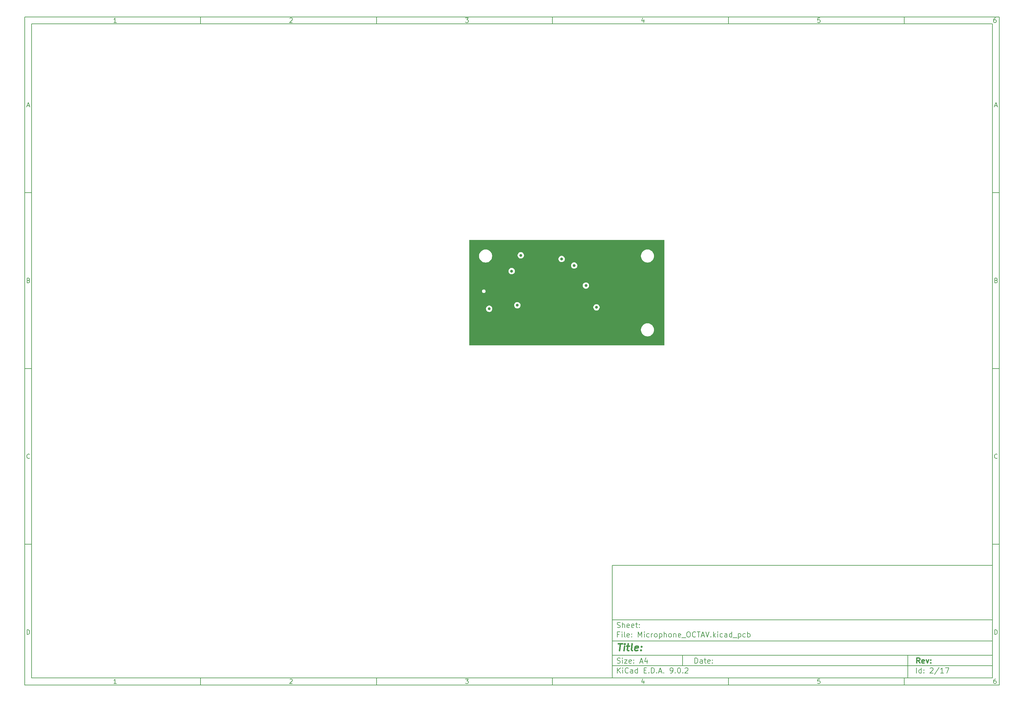
<source format=gbr>
%TF.GenerationSoftware,KiCad,Pcbnew,9.0.2*%
%TF.CreationDate,2025-08-29T05:40:04+02:00*%
%TF.ProjectId,Microphone_OCTAV,4d696372-6f70-4686-9f6e-655f4f435441,rev?*%
%TF.SameCoordinates,Original*%
%TF.FileFunction,Copper,L2,Inr*%
%TF.FilePolarity,Positive*%
%FSLAX46Y46*%
G04 Gerber Fmt 4.6, Leading zero omitted, Abs format (unit mm)*
G04 Created by KiCad (PCBNEW 9.0.2) date 2025-08-29 05:40:04*
%MOMM*%
%LPD*%
G01*
G04 APERTURE LIST*
%ADD10C,0.100000*%
%ADD11C,0.150000*%
%ADD12C,0.300000*%
%ADD13C,0.400000*%
%TA.AperFunction,ViaPad*%
%ADD14C,0.800000*%
%TD*%
G04 APERTURE END LIST*
D10*
D11*
X177002200Y-166007200D02*
X285002200Y-166007200D01*
X285002200Y-198007200D01*
X177002200Y-198007200D01*
X177002200Y-166007200D01*
D10*
D11*
X10000000Y-10000000D02*
X287002200Y-10000000D01*
X287002200Y-200007200D01*
X10000000Y-200007200D01*
X10000000Y-10000000D01*
D10*
D11*
X12000000Y-12000000D02*
X285002200Y-12000000D01*
X285002200Y-198007200D01*
X12000000Y-198007200D01*
X12000000Y-12000000D01*
D10*
D11*
X60000000Y-12000000D02*
X60000000Y-10000000D01*
D10*
D11*
X110000000Y-12000000D02*
X110000000Y-10000000D01*
D10*
D11*
X160000000Y-12000000D02*
X160000000Y-10000000D01*
D10*
D11*
X210000000Y-12000000D02*
X210000000Y-10000000D01*
D10*
D11*
X260000000Y-12000000D02*
X260000000Y-10000000D01*
D10*
D11*
X36089160Y-11593604D02*
X35346303Y-11593604D01*
X35717731Y-11593604D02*
X35717731Y-10293604D01*
X35717731Y-10293604D02*
X35593922Y-10479319D01*
X35593922Y-10479319D02*
X35470112Y-10603128D01*
X35470112Y-10603128D02*
X35346303Y-10665033D01*
D10*
D11*
X85346303Y-10417414D02*
X85408207Y-10355509D01*
X85408207Y-10355509D02*
X85532017Y-10293604D01*
X85532017Y-10293604D02*
X85841541Y-10293604D01*
X85841541Y-10293604D02*
X85965350Y-10355509D01*
X85965350Y-10355509D02*
X86027255Y-10417414D01*
X86027255Y-10417414D02*
X86089160Y-10541223D01*
X86089160Y-10541223D02*
X86089160Y-10665033D01*
X86089160Y-10665033D02*
X86027255Y-10850747D01*
X86027255Y-10850747D02*
X85284398Y-11593604D01*
X85284398Y-11593604D02*
X86089160Y-11593604D01*
D10*
D11*
X135284398Y-10293604D02*
X136089160Y-10293604D01*
X136089160Y-10293604D02*
X135655826Y-10788842D01*
X135655826Y-10788842D02*
X135841541Y-10788842D01*
X135841541Y-10788842D02*
X135965350Y-10850747D01*
X135965350Y-10850747D02*
X136027255Y-10912652D01*
X136027255Y-10912652D02*
X136089160Y-11036461D01*
X136089160Y-11036461D02*
X136089160Y-11345985D01*
X136089160Y-11345985D02*
X136027255Y-11469795D01*
X136027255Y-11469795D02*
X135965350Y-11531700D01*
X135965350Y-11531700D02*
X135841541Y-11593604D01*
X135841541Y-11593604D02*
X135470112Y-11593604D01*
X135470112Y-11593604D02*
X135346303Y-11531700D01*
X135346303Y-11531700D02*
X135284398Y-11469795D01*
D10*
D11*
X185965350Y-10726938D02*
X185965350Y-11593604D01*
X185655826Y-10231700D02*
X185346303Y-11160271D01*
X185346303Y-11160271D02*
X186151064Y-11160271D01*
D10*
D11*
X236027255Y-10293604D02*
X235408207Y-10293604D01*
X235408207Y-10293604D02*
X235346303Y-10912652D01*
X235346303Y-10912652D02*
X235408207Y-10850747D01*
X235408207Y-10850747D02*
X235532017Y-10788842D01*
X235532017Y-10788842D02*
X235841541Y-10788842D01*
X235841541Y-10788842D02*
X235965350Y-10850747D01*
X235965350Y-10850747D02*
X236027255Y-10912652D01*
X236027255Y-10912652D02*
X236089160Y-11036461D01*
X236089160Y-11036461D02*
X236089160Y-11345985D01*
X236089160Y-11345985D02*
X236027255Y-11469795D01*
X236027255Y-11469795D02*
X235965350Y-11531700D01*
X235965350Y-11531700D02*
X235841541Y-11593604D01*
X235841541Y-11593604D02*
X235532017Y-11593604D01*
X235532017Y-11593604D02*
X235408207Y-11531700D01*
X235408207Y-11531700D02*
X235346303Y-11469795D01*
D10*
D11*
X285965350Y-10293604D02*
X285717731Y-10293604D01*
X285717731Y-10293604D02*
X285593922Y-10355509D01*
X285593922Y-10355509D02*
X285532017Y-10417414D01*
X285532017Y-10417414D02*
X285408207Y-10603128D01*
X285408207Y-10603128D02*
X285346303Y-10850747D01*
X285346303Y-10850747D02*
X285346303Y-11345985D01*
X285346303Y-11345985D02*
X285408207Y-11469795D01*
X285408207Y-11469795D02*
X285470112Y-11531700D01*
X285470112Y-11531700D02*
X285593922Y-11593604D01*
X285593922Y-11593604D02*
X285841541Y-11593604D01*
X285841541Y-11593604D02*
X285965350Y-11531700D01*
X285965350Y-11531700D02*
X286027255Y-11469795D01*
X286027255Y-11469795D02*
X286089160Y-11345985D01*
X286089160Y-11345985D02*
X286089160Y-11036461D01*
X286089160Y-11036461D02*
X286027255Y-10912652D01*
X286027255Y-10912652D02*
X285965350Y-10850747D01*
X285965350Y-10850747D02*
X285841541Y-10788842D01*
X285841541Y-10788842D02*
X285593922Y-10788842D01*
X285593922Y-10788842D02*
X285470112Y-10850747D01*
X285470112Y-10850747D02*
X285408207Y-10912652D01*
X285408207Y-10912652D02*
X285346303Y-11036461D01*
D10*
D11*
X60000000Y-198007200D02*
X60000000Y-200007200D01*
D10*
D11*
X110000000Y-198007200D02*
X110000000Y-200007200D01*
D10*
D11*
X160000000Y-198007200D02*
X160000000Y-200007200D01*
D10*
D11*
X210000000Y-198007200D02*
X210000000Y-200007200D01*
D10*
D11*
X260000000Y-198007200D02*
X260000000Y-200007200D01*
D10*
D11*
X36089160Y-199600804D02*
X35346303Y-199600804D01*
X35717731Y-199600804D02*
X35717731Y-198300804D01*
X35717731Y-198300804D02*
X35593922Y-198486519D01*
X35593922Y-198486519D02*
X35470112Y-198610328D01*
X35470112Y-198610328D02*
X35346303Y-198672233D01*
D10*
D11*
X85346303Y-198424614D02*
X85408207Y-198362709D01*
X85408207Y-198362709D02*
X85532017Y-198300804D01*
X85532017Y-198300804D02*
X85841541Y-198300804D01*
X85841541Y-198300804D02*
X85965350Y-198362709D01*
X85965350Y-198362709D02*
X86027255Y-198424614D01*
X86027255Y-198424614D02*
X86089160Y-198548423D01*
X86089160Y-198548423D02*
X86089160Y-198672233D01*
X86089160Y-198672233D02*
X86027255Y-198857947D01*
X86027255Y-198857947D02*
X85284398Y-199600804D01*
X85284398Y-199600804D02*
X86089160Y-199600804D01*
D10*
D11*
X135284398Y-198300804D02*
X136089160Y-198300804D01*
X136089160Y-198300804D02*
X135655826Y-198796042D01*
X135655826Y-198796042D02*
X135841541Y-198796042D01*
X135841541Y-198796042D02*
X135965350Y-198857947D01*
X135965350Y-198857947D02*
X136027255Y-198919852D01*
X136027255Y-198919852D02*
X136089160Y-199043661D01*
X136089160Y-199043661D02*
X136089160Y-199353185D01*
X136089160Y-199353185D02*
X136027255Y-199476995D01*
X136027255Y-199476995D02*
X135965350Y-199538900D01*
X135965350Y-199538900D02*
X135841541Y-199600804D01*
X135841541Y-199600804D02*
X135470112Y-199600804D01*
X135470112Y-199600804D02*
X135346303Y-199538900D01*
X135346303Y-199538900D02*
X135284398Y-199476995D01*
D10*
D11*
X185965350Y-198734138D02*
X185965350Y-199600804D01*
X185655826Y-198238900D02*
X185346303Y-199167471D01*
X185346303Y-199167471D02*
X186151064Y-199167471D01*
D10*
D11*
X236027255Y-198300804D02*
X235408207Y-198300804D01*
X235408207Y-198300804D02*
X235346303Y-198919852D01*
X235346303Y-198919852D02*
X235408207Y-198857947D01*
X235408207Y-198857947D02*
X235532017Y-198796042D01*
X235532017Y-198796042D02*
X235841541Y-198796042D01*
X235841541Y-198796042D02*
X235965350Y-198857947D01*
X235965350Y-198857947D02*
X236027255Y-198919852D01*
X236027255Y-198919852D02*
X236089160Y-199043661D01*
X236089160Y-199043661D02*
X236089160Y-199353185D01*
X236089160Y-199353185D02*
X236027255Y-199476995D01*
X236027255Y-199476995D02*
X235965350Y-199538900D01*
X235965350Y-199538900D02*
X235841541Y-199600804D01*
X235841541Y-199600804D02*
X235532017Y-199600804D01*
X235532017Y-199600804D02*
X235408207Y-199538900D01*
X235408207Y-199538900D02*
X235346303Y-199476995D01*
D10*
D11*
X285965350Y-198300804D02*
X285717731Y-198300804D01*
X285717731Y-198300804D02*
X285593922Y-198362709D01*
X285593922Y-198362709D02*
X285532017Y-198424614D01*
X285532017Y-198424614D02*
X285408207Y-198610328D01*
X285408207Y-198610328D02*
X285346303Y-198857947D01*
X285346303Y-198857947D02*
X285346303Y-199353185D01*
X285346303Y-199353185D02*
X285408207Y-199476995D01*
X285408207Y-199476995D02*
X285470112Y-199538900D01*
X285470112Y-199538900D02*
X285593922Y-199600804D01*
X285593922Y-199600804D02*
X285841541Y-199600804D01*
X285841541Y-199600804D02*
X285965350Y-199538900D01*
X285965350Y-199538900D02*
X286027255Y-199476995D01*
X286027255Y-199476995D02*
X286089160Y-199353185D01*
X286089160Y-199353185D02*
X286089160Y-199043661D01*
X286089160Y-199043661D02*
X286027255Y-198919852D01*
X286027255Y-198919852D02*
X285965350Y-198857947D01*
X285965350Y-198857947D02*
X285841541Y-198796042D01*
X285841541Y-198796042D02*
X285593922Y-198796042D01*
X285593922Y-198796042D02*
X285470112Y-198857947D01*
X285470112Y-198857947D02*
X285408207Y-198919852D01*
X285408207Y-198919852D02*
X285346303Y-199043661D01*
D10*
D11*
X10000000Y-60000000D02*
X12000000Y-60000000D01*
D10*
D11*
X10000000Y-110000000D02*
X12000000Y-110000000D01*
D10*
D11*
X10000000Y-160000000D02*
X12000000Y-160000000D01*
D10*
D11*
X10690476Y-35222176D02*
X11309523Y-35222176D01*
X10566666Y-35593604D02*
X10999999Y-34293604D01*
X10999999Y-34293604D02*
X11433333Y-35593604D01*
D10*
D11*
X11092857Y-84912652D02*
X11278571Y-84974557D01*
X11278571Y-84974557D02*
X11340476Y-85036461D01*
X11340476Y-85036461D02*
X11402380Y-85160271D01*
X11402380Y-85160271D02*
X11402380Y-85345985D01*
X11402380Y-85345985D02*
X11340476Y-85469795D01*
X11340476Y-85469795D02*
X11278571Y-85531700D01*
X11278571Y-85531700D02*
X11154761Y-85593604D01*
X11154761Y-85593604D02*
X10659523Y-85593604D01*
X10659523Y-85593604D02*
X10659523Y-84293604D01*
X10659523Y-84293604D02*
X11092857Y-84293604D01*
X11092857Y-84293604D02*
X11216666Y-84355509D01*
X11216666Y-84355509D02*
X11278571Y-84417414D01*
X11278571Y-84417414D02*
X11340476Y-84541223D01*
X11340476Y-84541223D02*
X11340476Y-84665033D01*
X11340476Y-84665033D02*
X11278571Y-84788842D01*
X11278571Y-84788842D02*
X11216666Y-84850747D01*
X11216666Y-84850747D02*
X11092857Y-84912652D01*
X11092857Y-84912652D02*
X10659523Y-84912652D01*
D10*
D11*
X11402380Y-135469795D02*
X11340476Y-135531700D01*
X11340476Y-135531700D02*
X11154761Y-135593604D01*
X11154761Y-135593604D02*
X11030952Y-135593604D01*
X11030952Y-135593604D02*
X10845238Y-135531700D01*
X10845238Y-135531700D02*
X10721428Y-135407890D01*
X10721428Y-135407890D02*
X10659523Y-135284080D01*
X10659523Y-135284080D02*
X10597619Y-135036461D01*
X10597619Y-135036461D02*
X10597619Y-134850747D01*
X10597619Y-134850747D02*
X10659523Y-134603128D01*
X10659523Y-134603128D02*
X10721428Y-134479319D01*
X10721428Y-134479319D02*
X10845238Y-134355509D01*
X10845238Y-134355509D02*
X11030952Y-134293604D01*
X11030952Y-134293604D02*
X11154761Y-134293604D01*
X11154761Y-134293604D02*
X11340476Y-134355509D01*
X11340476Y-134355509D02*
X11402380Y-134417414D01*
D10*
D11*
X10659523Y-185593604D02*
X10659523Y-184293604D01*
X10659523Y-184293604D02*
X10969047Y-184293604D01*
X10969047Y-184293604D02*
X11154761Y-184355509D01*
X11154761Y-184355509D02*
X11278571Y-184479319D01*
X11278571Y-184479319D02*
X11340476Y-184603128D01*
X11340476Y-184603128D02*
X11402380Y-184850747D01*
X11402380Y-184850747D02*
X11402380Y-185036461D01*
X11402380Y-185036461D02*
X11340476Y-185284080D01*
X11340476Y-185284080D02*
X11278571Y-185407890D01*
X11278571Y-185407890D02*
X11154761Y-185531700D01*
X11154761Y-185531700D02*
X10969047Y-185593604D01*
X10969047Y-185593604D02*
X10659523Y-185593604D01*
D10*
D11*
X287002200Y-60000000D02*
X285002200Y-60000000D01*
D10*
D11*
X287002200Y-110000000D02*
X285002200Y-110000000D01*
D10*
D11*
X287002200Y-160000000D02*
X285002200Y-160000000D01*
D10*
D11*
X285692676Y-35222176D02*
X286311723Y-35222176D01*
X285568866Y-35593604D02*
X286002199Y-34293604D01*
X286002199Y-34293604D02*
X286435533Y-35593604D01*
D10*
D11*
X286095057Y-84912652D02*
X286280771Y-84974557D01*
X286280771Y-84974557D02*
X286342676Y-85036461D01*
X286342676Y-85036461D02*
X286404580Y-85160271D01*
X286404580Y-85160271D02*
X286404580Y-85345985D01*
X286404580Y-85345985D02*
X286342676Y-85469795D01*
X286342676Y-85469795D02*
X286280771Y-85531700D01*
X286280771Y-85531700D02*
X286156961Y-85593604D01*
X286156961Y-85593604D02*
X285661723Y-85593604D01*
X285661723Y-85593604D02*
X285661723Y-84293604D01*
X285661723Y-84293604D02*
X286095057Y-84293604D01*
X286095057Y-84293604D02*
X286218866Y-84355509D01*
X286218866Y-84355509D02*
X286280771Y-84417414D01*
X286280771Y-84417414D02*
X286342676Y-84541223D01*
X286342676Y-84541223D02*
X286342676Y-84665033D01*
X286342676Y-84665033D02*
X286280771Y-84788842D01*
X286280771Y-84788842D02*
X286218866Y-84850747D01*
X286218866Y-84850747D02*
X286095057Y-84912652D01*
X286095057Y-84912652D02*
X285661723Y-84912652D01*
D10*
D11*
X286404580Y-135469795D02*
X286342676Y-135531700D01*
X286342676Y-135531700D02*
X286156961Y-135593604D01*
X286156961Y-135593604D02*
X286033152Y-135593604D01*
X286033152Y-135593604D02*
X285847438Y-135531700D01*
X285847438Y-135531700D02*
X285723628Y-135407890D01*
X285723628Y-135407890D02*
X285661723Y-135284080D01*
X285661723Y-135284080D02*
X285599819Y-135036461D01*
X285599819Y-135036461D02*
X285599819Y-134850747D01*
X285599819Y-134850747D02*
X285661723Y-134603128D01*
X285661723Y-134603128D02*
X285723628Y-134479319D01*
X285723628Y-134479319D02*
X285847438Y-134355509D01*
X285847438Y-134355509D02*
X286033152Y-134293604D01*
X286033152Y-134293604D02*
X286156961Y-134293604D01*
X286156961Y-134293604D02*
X286342676Y-134355509D01*
X286342676Y-134355509D02*
X286404580Y-134417414D01*
D10*
D11*
X285661723Y-185593604D02*
X285661723Y-184293604D01*
X285661723Y-184293604D02*
X285971247Y-184293604D01*
X285971247Y-184293604D02*
X286156961Y-184355509D01*
X286156961Y-184355509D02*
X286280771Y-184479319D01*
X286280771Y-184479319D02*
X286342676Y-184603128D01*
X286342676Y-184603128D02*
X286404580Y-184850747D01*
X286404580Y-184850747D02*
X286404580Y-185036461D01*
X286404580Y-185036461D02*
X286342676Y-185284080D01*
X286342676Y-185284080D02*
X286280771Y-185407890D01*
X286280771Y-185407890D02*
X286156961Y-185531700D01*
X286156961Y-185531700D02*
X285971247Y-185593604D01*
X285971247Y-185593604D02*
X285661723Y-185593604D01*
D10*
D11*
X200458026Y-193793328D02*
X200458026Y-192293328D01*
X200458026Y-192293328D02*
X200815169Y-192293328D01*
X200815169Y-192293328D02*
X201029455Y-192364757D01*
X201029455Y-192364757D02*
X201172312Y-192507614D01*
X201172312Y-192507614D02*
X201243741Y-192650471D01*
X201243741Y-192650471D02*
X201315169Y-192936185D01*
X201315169Y-192936185D02*
X201315169Y-193150471D01*
X201315169Y-193150471D02*
X201243741Y-193436185D01*
X201243741Y-193436185D02*
X201172312Y-193579042D01*
X201172312Y-193579042D02*
X201029455Y-193721900D01*
X201029455Y-193721900D02*
X200815169Y-193793328D01*
X200815169Y-193793328D02*
X200458026Y-193793328D01*
X202600884Y-193793328D02*
X202600884Y-193007614D01*
X202600884Y-193007614D02*
X202529455Y-192864757D01*
X202529455Y-192864757D02*
X202386598Y-192793328D01*
X202386598Y-192793328D02*
X202100884Y-192793328D01*
X202100884Y-192793328D02*
X201958026Y-192864757D01*
X202600884Y-193721900D02*
X202458026Y-193793328D01*
X202458026Y-193793328D02*
X202100884Y-193793328D01*
X202100884Y-193793328D02*
X201958026Y-193721900D01*
X201958026Y-193721900D02*
X201886598Y-193579042D01*
X201886598Y-193579042D02*
X201886598Y-193436185D01*
X201886598Y-193436185D02*
X201958026Y-193293328D01*
X201958026Y-193293328D02*
X202100884Y-193221900D01*
X202100884Y-193221900D02*
X202458026Y-193221900D01*
X202458026Y-193221900D02*
X202600884Y-193150471D01*
X203100884Y-192793328D02*
X203672312Y-192793328D01*
X203315169Y-192293328D02*
X203315169Y-193579042D01*
X203315169Y-193579042D02*
X203386598Y-193721900D01*
X203386598Y-193721900D02*
X203529455Y-193793328D01*
X203529455Y-193793328D02*
X203672312Y-193793328D01*
X204743741Y-193721900D02*
X204600884Y-193793328D01*
X204600884Y-193793328D02*
X204315170Y-193793328D01*
X204315170Y-193793328D02*
X204172312Y-193721900D01*
X204172312Y-193721900D02*
X204100884Y-193579042D01*
X204100884Y-193579042D02*
X204100884Y-193007614D01*
X204100884Y-193007614D02*
X204172312Y-192864757D01*
X204172312Y-192864757D02*
X204315170Y-192793328D01*
X204315170Y-192793328D02*
X204600884Y-192793328D01*
X204600884Y-192793328D02*
X204743741Y-192864757D01*
X204743741Y-192864757D02*
X204815170Y-193007614D01*
X204815170Y-193007614D02*
X204815170Y-193150471D01*
X204815170Y-193150471D02*
X204100884Y-193293328D01*
X205458026Y-193650471D02*
X205529455Y-193721900D01*
X205529455Y-193721900D02*
X205458026Y-193793328D01*
X205458026Y-193793328D02*
X205386598Y-193721900D01*
X205386598Y-193721900D02*
X205458026Y-193650471D01*
X205458026Y-193650471D02*
X205458026Y-193793328D01*
X205458026Y-192864757D02*
X205529455Y-192936185D01*
X205529455Y-192936185D02*
X205458026Y-193007614D01*
X205458026Y-193007614D02*
X205386598Y-192936185D01*
X205386598Y-192936185D02*
X205458026Y-192864757D01*
X205458026Y-192864757D02*
X205458026Y-193007614D01*
D10*
D11*
X177002200Y-194507200D02*
X285002200Y-194507200D01*
D10*
D11*
X178458026Y-196593328D02*
X178458026Y-195093328D01*
X179315169Y-196593328D02*
X178672312Y-195736185D01*
X179315169Y-195093328D02*
X178458026Y-195950471D01*
X179958026Y-196593328D02*
X179958026Y-195593328D01*
X179958026Y-195093328D02*
X179886598Y-195164757D01*
X179886598Y-195164757D02*
X179958026Y-195236185D01*
X179958026Y-195236185D02*
X180029455Y-195164757D01*
X180029455Y-195164757D02*
X179958026Y-195093328D01*
X179958026Y-195093328D02*
X179958026Y-195236185D01*
X181529455Y-196450471D02*
X181458027Y-196521900D01*
X181458027Y-196521900D02*
X181243741Y-196593328D01*
X181243741Y-196593328D02*
X181100884Y-196593328D01*
X181100884Y-196593328D02*
X180886598Y-196521900D01*
X180886598Y-196521900D02*
X180743741Y-196379042D01*
X180743741Y-196379042D02*
X180672312Y-196236185D01*
X180672312Y-196236185D02*
X180600884Y-195950471D01*
X180600884Y-195950471D02*
X180600884Y-195736185D01*
X180600884Y-195736185D02*
X180672312Y-195450471D01*
X180672312Y-195450471D02*
X180743741Y-195307614D01*
X180743741Y-195307614D02*
X180886598Y-195164757D01*
X180886598Y-195164757D02*
X181100884Y-195093328D01*
X181100884Y-195093328D02*
X181243741Y-195093328D01*
X181243741Y-195093328D02*
X181458027Y-195164757D01*
X181458027Y-195164757D02*
X181529455Y-195236185D01*
X182815170Y-196593328D02*
X182815170Y-195807614D01*
X182815170Y-195807614D02*
X182743741Y-195664757D01*
X182743741Y-195664757D02*
X182600884Y-195593328D01*
X182600884Y-195593328D02*
X182315170Y-195593328D01*
X182315170Y-195593328D02*
X182172312Y-195664757D01*
X182815170Y-196521900D02*
X182672312Y-196593328D01*
X182672312Y-196593328D02*
X182315170Y-196593328D01*
X182315170Y-196593328D02*
X182172312Y-196521900D01*
X182172312Y-196521900D02*
X182100884Y-196379042D01*
X182100884Y-196379042D02*
X182100884Y-196236185D01*
X182100884Y-196236185D02*
X182172312Y-196093328D01*
X182172312Y-196093328D02*
X182315170Y-196021900D01*
X182315170Y-196021900D02*
X182672312Y-196021900D01*
X182672312Y-196021900D02*
X182815170Y-195950471D01*
X184172313Y-196593328D02*
X184172313Y-195093328D01*
X184172313Y-196521900D02*
X184029455Y-196593328D01*
X184029455Y-196593328D02*
X183743741Y-196593328D01*
X183743741Y-196593328D02*
X183600884Y-196521900D01*
X183600884Y-196521900D02*
X183529455Y-196450471D01*
X183529455Y-196450471D02*
X183458027Y-196307614D01*
X183458027Y-196307614D02*
X183458027Y-195879042D01*
X183458027Y-195879042D02*
X183529455Y-195736185D01*
X183529455Y-195736185D02*
X183600884Y-195664757D01*
X183600884Y-195664757D02*
X183743741Y-195593328D01*
X183743741Y-195593328D02*
X184029455Y-195593328D01*
X184029455Y-195593328D02*
X184172313Y-195664757D01*
X186029455Y-195807614D02*
X186529455Y-195807614D01*
X186743741Y-196593328D02*
X186029455Y-196593328D01*
X186029455Y-196593328D02*
X186029455Y-195093328D01*
X186029455Y-195093328D02*
X186743741Y-195093328D01*
X187386598Y-196450471D02*
X187458027Y-196521900D01*
X187458027Y-196521900D02*
X187386598Y-196593328D01*
X187386598Y-196593328D02*
X187315170Y-196521900D01*
X187315170Y-196521900D02*
X187386598Y-196450471D01*
X187386598Y-196450471D02*
X187386598Y-196593328D01*
X188100884Y-196593328D02*
X188100884Y-195093328D01*
X188100884Y-195093328D02*
X188458027Y-195093328D01*
X188458027Y-195093328D02*
X188672313Y-195164757D01*
X188672313Y-195164757D02*
X188815170Y-195307614D01*
X188815170Y-195307614D02*
X188886599Y-195450471D01*
X188886599Y-195450471D02*
X188958027Y-195736185D01*
X188958027Y-195736185D02*
X188958027Y-195950471D01*
X188958027Y-195950471D02*
X188886599Y-196236185D01*
X188886599Y-196236185D02*
X188815170Y-196379042D01*
X188815170Y-196379042D02*
X188672313Y-196521900D01*
X188672313Y-196521900D02*
X188458027Y-196593328D01*
X188458027Y-196593328D02*
X188100884Y-196593328D01*
X189600884Y-196450471D02*
X189672313Y-196521900D01*
X189672313Y-196521900D02*
X189600884Y-196593328D01*
X189600884Y-196593328D02*
X189529456Y-196521900D01*
X189529456Y-196521900D02*
X189600884Y-196450471D01*
X189600884Y-196450471D02*
X189600884Y-196593328D01*
X190243742Y-196164757D02*
X190958028Y-196164757D01*
X190100885Y-196593328D02*
X190600885Y-195093328D01*
X190600885Y-195093328D02*
X191100885Y-196593328D01*
X191600884Y-196450471D02*
X191672313Y-196521900D01*
X191672313Y-196521900D02*
X191600884Y-196593328D01*
X191600884Y-196593328D02*
X191529456Y-196521900D01*
X191529456Y-196521900D02*
X191600884Y-196450471D01*
X191600884Y-196450471D02*
X191600884Y-196593328D01*
X193529456Y-196593328D02*
X193815170Y-196593328D01*
X193815170Y-196593328D02*
X193958027Y-196521900D01*
X193958027Y-196521900D02*
X194029456Y-196450471D01*
X194029456Y-196450471D02*
X194172313Y-196236185D01*
X194172313Y-196236185D02*
X194243742Y-195950471D01*
X194243742Y-195950471D02*
X194243742Y-195379042D01*
X194243742Y-195379042D02*
X194172313Y-195236185D01*
X194172313Y-195236185D02*
X194100885Y-195164757D01*
X194100885Y-195164757D02*
X193958027Y-195093328D01*
X193958027Y-195093328D02*
X193672313Y-195093328D01*
X193672313Y-195093328D02*
X193529456Y-195164757D01*
X193529456Y-195164757D02*
X193458027Y-195236185D01*
X193458027Y-195236185D02*
X193386599Y-195379042D01*
X193386599Y-195379042D02*
X193386599Y-195736185D01*
X193386599Y-195736185D02*
X193458027Y-195879042D01*
X193458027Y-195879042D02*
X193529456Y-195950471D01*
X193529456Y-195950471D02*
X193672313Y-196021900D01*
X193672313Y-196021900D02*
X193958027Y-196021900D01*
X193958027Y-196021900D02*
X194100885Y-195950471D01*
X194100885Y-195950471D02*
X194172313Y-195879042D01*
X194172313Y-195879042D02*
X194243742Y-195736185D01*
X194886598Y-196450471D02*
X194958027Y-196521900D01*
X194958027Y-196521900D02*
X194886598Y-196593328D01*
X194886598Y-196593328D02*
X194815170Y-196521900D01*
X194815170Y-196521900D02*
X194886598Y-196450471D01*
X194886598Y-196450471D02*
X194886598Y-196593328D01*
X195886599Y-195093328D02*
X196029456Y-195093328D01*
X196029456Y-195093328D02*
X196172313Y-195164757D01*
X196172313Y-195164757D02*
X196243742Y-195236185D01*
X196243742Y-195236185D02*
X196315170Y-195379042D01*
X196315170Y-195379042D02*
X196386599Y-195664757D01*
X196386599Y-195664757D02*
X196386599Y-196021900D01*
X196386599Y-196021900D02*
X196315170Y-196307614D01*
X196315170Y-196307614D02*
X196243742Y-196450471D01*
X196243742Y-196450471D02*
X196172313Y-196521900D01*
X196172313Y-196521900D02*
X196029456Y-196593328D01*
X196029456Y-196593328D02*
X195886599Y-196593328D01*
X195886599Y-196593328D02*
X195743742Y-196521900D01*
X195743742Y-196521900D02*
X195672313Y-196450471D01*
X195672313Y-196450471D02*
X195600884Y-196307614D01*
X195600884Y-196307614D02*
X195529456Y-196021900D01*
X195529456Y-196021900D02*
X195529456Y-195664757D01*
X195529456Y-195664757D02*
X195600884Y-195379042D01*
X195600884Y-195379042D02*
X195672313Y-195236185D01*
X195672313Y-195236185D02*
X195743742Y-195164757D01*
X195743742Y-195164757D02*
X195886599Y-195093328D01*
X197029455Y-196450471D02*
X197100884Y-196521900D01*
X197100884Y-196521900D02*
X197029455Y-196593328D01*
X197029455Y-196593328D02*
X196958027Y-196521900D01*
X196958027Y-196521900D02*
X197029455Y-196450471D01*
X197029455Y-196450471D02*
X197029455Y-196593328D01*
X197672313Y-195236185D02*
X197743741Y-195164757D01*
X197743741Y-195164757D02*
X197886599Y-195093328D01*
X197886599Y-195093328D02*
X198243741Y-195093328D01*
X198243741Y-195093328D02*
X198386599Y-195164757D01*
X198386599Y-195164757D02*
X198458027Y-195236185D01*
X198458027Y-195236185D02*
X198529456Y-195379042D01*
X198529456Y-195379042D02*
X198529456Y-195521900D01*
X198529456Y-195521900D02*
X198458027Y-195736185D01*
X198458027Y-195736185D02*
X197600884Y-196593328D01*
X197600884Y-196593328D02*
X198529456Y-196593328D01*
D10*
D11*
X177002200Y-191507200D02*
X285002200Y-191507200D01*
D10*
D12*
X264413853Y-193785528D02*
X263913853Y-193071242D01*
X263556710Y-193785528D02*
X263556710Y-192285528D01*
X263556710Y-192285528D02*
X264128139Y-192285528D01*
X264128139Y-192285528D02*
X264270996Y-192356957D01*
X264270996Y-192356957D02*
X264342425Y-192428385D01*
X264342425Y-192428385D02*
X264413853Y-192571242D01*
X264413853Y-192571242D02*
X264413853Y-192785528D01*
X264413853Y-192785528D02*
X264342425Y-192928385D01*
X264342425Y-192928385D02*
X264270996Y-192999814D01*
X264270996Y-192999814D02*
X264128139Y-193071242D01*
X264128139Y-193071242D02*
X263556710Y-193071242D01*
X265628139Y-193714100D02*
X265485282Y-193785528D01*
X265485282Y-193785528D02*
X265199568Y-193785528D01*
X265199568Y-193785528D02*
X265056710Y-193714100D01*
X265056710Y-193714100D02*
X264985282Y-193571242D01*
X264985282Y-193571242D02*
X264985282Y-192999814D01*
X264985282Y-192999814D02*
X265056710Y-192856957D01*
X265056710Y-192856957D02*
X265199568Y-192785528D01*
X265199568Y-192785528D02*
X265485282Y-192785528D01*
X265485282Y-192785528D02*
X265628139Y-192856957D01*
X265628139Y-192856957D02*
X265699568Y-192999814D01*
X265699568Y-192999814D02*
X265699568Y-193142671D01*
X265699568Y-193142671D02*
X264985282Y-193285528D01*
X266199567Y-192785528D02*
X266556710Y-193785528D01*
X266556710Y-193785528D02*
X266913853Y-192785528D01*
X267485281Y-193642671D02*
X267556710Y-193714100D01*
X267556710Y-193714100D02*
X267485281Y-193785528D01*
X267485281Y-193785528D02*
X267413853Y-193714100D01*
X267413853Y-193714100D02*
X267485281Y-193642671D01*
X267485281Y-193642671D02*
X267485281Y-193785528D01*
X267485281Y-192856957D02*
X267556710Y-192928385D01*
X267556710Y-192928385D02*
X267485281Y-192999814D01*
X267485281Y-192999814D02*
X267413853Y-192928385D01*
X267413853Y-192928385D02*
X267485281Y-192856957D01*
X267485281Y-192856957D02*
X267485281Y-192999814D01*
D10*
D11*
X178386598Y-193721900D02*
X178600884Y-193793328D01*
X178600884Y-193793328D02*
X178958026Y-193793328D01*
X178958026Y-193793328D02*
X179100884Y-193721900D01*
X179100884Y-193721900D02*
X179172312Y-193650471D01*
X179172312Y-193650471D02*
X179243741Y-193507614D01*
X179243741Y-193507614D02*
X179243741Y-193364757D01*
X179243741Y-193364757D02*
X179172312Y-193221900D01*
X179172312Y-193221900D02*
X179100884Y-193150471D01*
X179100884Y-193150471D02*
X178958026Y-193079042D01*
X178958026Y-193079042D02*
X178672312Y-193007614D01*
X178672312Y-193007614D02*
X178529455Y-192936185D01*
X178529455Y-192936185D02*
X178458026Y-192864757D01*
X178458026Y-192864757D02*
X178386598Y-192721900D01*
X178386598Y-192721900D02*
X178386598Y-192579042D01*
X178386598Y-192579042D02*
X178458026Y-192436185D01*
X178458026Y-192436185D02*
X178529455Y-192364757D01*
X178529455Y-192364757D02*
X178672312Y-192293328D01*
X178672312Y-192293328D02*
X179029455Y-192293328D01*
X179029455Y-192293328D02*
X179243741Y-192364757D01*
X179886597Y-193793328D02*
X179886597Y-192793328D01*
X179886597Y-192293328D02*
X179815169Y-192364757D01*
X179815169Y-192364757D02*
X179886597Y-192436185D01*
X179886597Y-192436185D02*
X179958026Y-192364757D01*
X179958026Y-192364757D02*
X179886597Y-192293328D01*
X179886597Y-192293328D02*
X179886597Y-192436185D01*
X180458026Y-192793328D02*
X181243741Y-192793328D01*
X181243741Y-192793328D02*
X180458026Y-193793328D01*
X180458026Y-193793328D02*
X181243741Y-193793328D01*
X182386598Y-193721900D02*
X182243741Y-193793328D01*
X182243741Y-193793328D02*
X181958027Y-193793328D01*
X181958027Y-193793328D02*
X181815169Y-193721900D01*
X181815169Y-193721900D02*
X181743741Y-193579042D01*
X181743741Y-193579042D02*
X181743741Y-193007614D01*
X181743741Y-193007614D02*
X181815169Y-192864757D01*
X181815169Y-192864757D02*
X181958027Y-192793328D01*
X181958027Y-192793328D02*
X182243741Y-192793328D01*
X182243741Y-192793328D02*
X182386598Y-192864757D01*
X182386598Y-192864757D02*
X182458027Y-193007614D01*
X182458027Y-193007614D02*
X182458027Y-193150471D01*
X182458027Y-193150471D02*
X181743741Y-193293328D01*
X183100883Y-193650471D02*
X183172312Y-193721900D01*
X183172312Y-193721900D02*
X183100883Y-193793328D01*
X183100883Y-193793328D02*
X183029455Y-193721900D01*
X183029455Y-193721900D02*
X183100883Y-193650471D01*
X183100883Y-193650471D02*
X183100883Y-193793328D01*
X183100883Y-192864757D02*
X183172312Y-192936185D01*
X183172312Y-192936185D02*
X183100883Y-193007614D01*
X183100883Y-193007614D02*
X183029455Y-192936185D01*
X183029455Y-192936185D02*
X183100883Y-192864757D01*
X183100883Y-192864757D02*
X183100883Y-193007614D01*
X184886598Y-193364757D02*
X185600884Y-193364757D01*
X184743741Y-193793328D02*
X185243741Y-192293328D01*
X185243741Y-192293328D02*
X185743741Y-193793328D01*
X186886598Y-192793328D02*
X186886598Y-193793328D01*
X186529455Y-192221900D02*
X186172312Y-193293328D01*
X186172312Y-193293328D02*
X187100883Y-193293328D01*
D10*
D11*
X263458026Y-196593328D02*
X263458026Y-195093328D01*
X264815170Y-196593328D02*
X264815170Y-195093328D01*
X264815170Y-196521900D02*
X264672312Y-196593328D01*
X264672312Y-196593328D02*
X264386598Y-196593328D01*
X264386598Y-196593328D02*
X264243741Y-196521900D01*
X264243741Y-196521900D02*
X264172312Y-196450471D01*
X264172312Y-196450471D02*
X264100884Y-196307614D01*
X264100884Y-196307614D02*
X264100884Y-195879042D01*
X264100884Y-195879042D02*
X264172312Y-195736185D01*
X264172312Y-195736185D02*
X264243741Y-195664757D01*
X264243741Y-195664757D02*
X264386598Y-195593328D01*
X264386598Y-195593328D02*
X264672312Y-195593328D01*
X264672312Y-195593328D02*
X264815170Y-195664757D01*
X265529455Y-196450471D02*
X265600884Y-196521900D01*
X265600884Y-196521900D02*
X265529455Y-196593328D01*
X265529455Y-196593328D02*
X265458027Y-196521900D01*
X265458027Y-196521900D02*
X265529455Y-196450471D01*
X265529455Y-196450471D02*
X265529455Y-196593328D01*
X265529455Y-195664757D02*
X265600884Y-195736185D01*
X265600884Y-195736185D02*
X265529455Y-195807614D01*
X265529455Y-195807614D02*
X265458027Y-195736185D01*
X265458027Y-195736185D02*
X265529455Y-195664757D01*
X265529455Y-195664757D02*
X265529455Y-195807614D01*
X267315170Y-195236185D02*
X267386598Y-195164757D01*
X267386598Y-195164757D02*
X267529456Y-195093328D01*
X267529456Y-195093328D02*
X267886598Y-195093328D01*
X267886598Y-195093328D02*
X268029456Y-195164757D01*
X268029456Y-195164757D02*
X268100884Y-195236185D01*
X268100884Y-195236185D02*
X268172313Y-195379042D01*
X268172313Y-195379042D02*
X268172313Y-195521900D01*
X268172313Y-195521900D02*
X268100884Y-195736185D01*
X268100884Y-195736185D02*
X267243741Y-196593328D01*
X267243741Y-196593328D02*
X268172313Y-196593328D01*
X269886598Y-195021900D02*
X268600884Y-196950471D01*
X271172313Y-196593328D02*
X270315170Y-196593328D01*
X270743741Y-196593328D02*
X270743741Y-195093328D01*
X270743741Y-195093328D02*
X270600884Y-195307614D01*
X270600884Y-195307614D02*
X270458027Y-195450471D01*
X270458027Y-195450471D02*
X270315170Y-195521900D01*
X271672312Y-195093328D02*
X272672312Y-195093328D01*
X272672312Y-195093328D02*
X272029455Y-196593328D01*
D10*
D11*
X177002200Y-187507200D02*
X285002200Y-187507200D01*
D10*
D13*
X178693928Y-188211638D02*
X179836785Y-188211638D01*
X179015357Y-190211638D02*
X179265357Y-188211638D01*
X180253452Y-190211638D02*
X180420119Y-188878304D01*
X180503452Y-188211638D02*
X180396309Y-188306876D01*
X180396309Y-188306876D02*
X180479643Y-188402114D01*
X180479643Y-188402114D02*
X180586786Y-188306876D01*
X180586786Y-188306876D02*
X180503452Y-188211638D01*
X180503452Y-188211638D02*
X180479643Y-188402114D01*
X181086786Y-188878304D02*
X181848690Y-188878304D01*
X181455833Y-188211638D02*
X181241548Y-189925923D01*
X181241548Y-189925923D02*
X181312976Y-190116400D01*
X181312976Y-190116400D02*
X181491548Y-190211638D01*
X181491548Y-190211638D02*
X181682024Y-190211638D01*
X182634405Y-190211638D02*
X182455833Y-190116400D01*
X182455833Y-190116400D02*
X182384405Y-189925923D01*
X182384405Y-189925923D02*
X182598690Y-188211638D01*
X184170119Y-190116400D02*
X183967738Y-190211638D01*
X183967738Y-190211638D02*
X183586785Y-190211638D01*
X183586785Y-190211638D02*
X183408214Y-190116400D01*
X183408214Y-190116400D02*
X183336785Y-189925923D01*
X183336785Y-189925923D02*
X183432024Y-189164019D01*
X183432024Y-189164019D02*
X183551071Y-188973542D01*
X183551071Y-188973542D02*
X183753452Y-188878304D01*
X183753452Y-188878304D02*
X184134404Y-188878304D01*
X184134404Y-188878304D02*
X184312976Y-188973542D01*
X184312976Y-188973542D02*
X184384404Y-189164019D01*
X184384404Y-189164019D02*
X184360595Y-189354495D01*
X184360595Y-189354495D02*
X183384404Y-189544971D01*
X185134405Y-190021161D02*
X185217738Y-190116400D01*
X185217738Y-190116400D02*
X185110595Y-190211638D01*
X185110595Y-190211638D02*
X185027262Y-190116400D01*
X185027262Y-190116400D02*
X185134405Y-190021161D01*
X185134405Y-190021161D02*
X185110595Y-190211638D01*
X185265357Y-188973542D02*
X185348690Y-189068780D01*
X185348690Y-189068780D02*
X185241548Y-189164019D01*
X185241548Y-189164019D02*
X185158214Y-189068780D01*
X185158214Y-189068780D02*
X185265357Y-188973542D01*
X185265357Y-188973542D02*
X185241548Y-189164019D01*
D10*
D11*
X178958026Y-185607614D02*
X178458026Y-185607614D01*
X178458026Y-186393328D02*
X178458026Y-184893328D01*
X178458026Y-184893328D02*
X179172312Y-184893328D01*
X179743740Y-186393328D02*
X179743740Y-185393328D01*
X179743740Y-184893328D02*
X179672312Y-184964757D01*
X179672312Y-184964757D02*
X179743740Y-185036185D01*
X179743740Y-185036185D02*
X179815169Y-184964757D01*
X179815169Y-184964757D02*
X179743740Y-184893328D01*
X179743740Y-184893328D02*
X179743740Y-185036185D01*
X180672312Y-186393328D02*
X180529455Y-186321900D01*
X180529455Y-186321900D02*
X180458026Y-186179042D01*
X180458026Y-186179042D02*
X180458026Y-184893328D01*
X181815169Y-186321900D02*
X181672312Y-186393328D01*
X181672312Y-186393328D02*
X181386598Y-186393328D01*
X181386598Y-186393328D02*
X181243740Y-186321900D01*
X181243740Y-186321900D02*
X181172312Y-186179042D01*
X181172312Y-186179042D02*
X181172312Y-185607614D01*
X181172312Y-185607614D02*
X181243740Y-185464757D01*
X181243740Y-185464757D02*
X181386598Y-185393328D01*
X181386598Y-185393328D02*
X181672312Y-185393328D01*
X181672312Y-185393328D02*
X181815169Y-185464757D01*
X181815169Y-185464757D02*
X181886598Y-185607614D01*
X181886598Y-185607614D02*
X181886598Y-185750471D01*
X181886598Y-185750471D02*
X181172312Y-185893328D01*
X182529454Y-186250471D02*
X182600883Y-186321900D01*
X182600883Y-186321900D02*
X182529454Y-186393328D01*
X182529454Y-186393328D02*
X182458026Y-186321900D01*
X182458026Y-186321900D02*
X182529454Y-186250471D01*
X182529454Y-186250471D02*
X182529454Y-186393328D01*
X182529454Y-185464757D02*
X182600883Y-185536185D01*
X182600883Y-185536185D02*
X182529454Y-185607614D01*
X182529454Y-185607614D02*
X182458026Y-185536185D01*
X182458026Y-185536185D02*
X182529454Y-185464757D01*
X182529454Y-185464757D02*
X182529454Y-185607614D01*
X184386597Y-186393328D02*
X184386597Y-184893328D01*
X184386597Y-184893328D02*
X184886597Y-185964757D01*
X184886597Y-185964757D02*
X185386597Y-184893328D01*
X185386597Y-184893328D02*
X185386597Y-186393328D01*
X186100883Y-186393328D02*
X186100883Y-185393328D01*
X186100883Y-184893328D02*
X186029455Y-184964757D01*
X186029455Y-184964757D02*
X186100883Y-185036185D01*
X186100883Y-185036185D02*
X186172312Y-184964757D01*
X186172312Y-184964757D02*
X186100883Y-184893328D01*
X186100883Y-184893328D02*
X186100883Y-185036185D01*
X187458027Y-186321900D02*
X187315169Y-186393328D01*
X187315169Y-186393328D02*
X187029455Y-186393328D01*
X187029455Y-186393328D02*
X186886598Y-186321900D01*
X186886598Y-186321900D02*
X186815169Y-186250471D01*
X186815169Y-186250471D02*
X186743741Y-186107614D01*
X186743741Y-186107614D02*
X186743741Y-185679042D01*
X186743741Y-185679042D02*
X186815169Y-185536185D01*
X186815169Y-185536185D02*
X186886598Y-185464757D01*
X186886598Y-185464757D02*
X187029455Y-185393328D01*
X187029455Y-185393328D02*
X187315169Y-185393328D01*
X187315169Y-185393328D02*
X187458027Y-185464757D01*
X188100883Y-186393328D02*
X188100883Y-185393328D01*
X188100883Y-185679042D02*
X188172312Y-185536185D01*
X188172312Y-185536185D02*
X188243741Y-185464757D01*
X188243741Y-185464757D02*
X188386598Y-185393328D01*
X188386598Y-185393328D02*
X188529455Y-185393328D01*
X189243740Y-186393328D02*
X189100883Y-186321900D01*
X189100883Y-186321900D02*
X189029454Y-186250471D01*
X189029454Y-186250471D02*
X188958026Y-186107614D01*
X188958026Y-186107614D02*
X188958026Y-185679042D01*
X188958026Y-185679042D02*
X189029454Y-185536185D01*
X189029454Y-185536185D02*
X189100883Y-185464757D01*
X189100883Y-185464757D02*
X189243740Y-185393328D01*
X189243740Y-185393328D02*
X189458026Y-185393328D01*
X189458026Y-185393328D02*
X189600883Y-185464757D01*
X189600883Y-185464757D02*
X189672312Y-185536185D01*
X189672312Y-185536185D02*
X189743740Y-185679042D01*
X189743740Y-185679042D02*
X189743740Y-186107614D01*
X189743740Y-186107614D02*
X189672312Y-186250471D01*
X189672312Y-186250471D02*
X189600883Y-186321900D01*
X189600883Y-186321900D02*
X189458026Y-186393328D01*
X189458026Y-186393328D02*
X189243740Y-186393328D01*
X190386597Y-185393328D02*
X190386597Y-186893328D01*
X190386597Y-185464757D02*
X190529455Y-185393328D01*
X190529455Y-185393328D02*
X190815169Y-185393328D01*
X190815169Y-185393328D02*
X190958026Y-185464757D01*
X190958026Y-185464757D02*
X191029455Y-185536185D01*
X191029455Y-185536185D02*
X191100883Y-185679042D01*
X191100883Y-185679042D02*
X191100883Y-186107614D01*
X191100883Y-186107614D02*
X191029455Y-186250471D01*
X191029455Y-186250471D02*
X190958026Y-186321900D01*
X190958026Y-186321900D02*
X190815169Y-186393328D01*
X190815169Y-186393328D02*
X190529455Y-186393328D01*
X190529455Y-186393328D02*
X190386597Y-186321900D01*
X191743740Y-186393328D02*
X191743740Y-184893328D01*
X192386598Y-186393328D02*
X192386598Y-185607614D01*
X192386598Y-185607614D02*
X192315169Y-185464757D01*
X192315169Y-185464757D02*
X192172312Y-185393328D01*
X192172312Y-185393328D02*
X191958026Y-185393328D01*
X191958026Y-185393328D02*
X191815169Y-185464757D01*
X191815169Y-185464757D02*
X191743740Y-185536185D01*
X193315169Y-186393328D02*
X193172312Y-186321900D01*
X193172312Y-186321900D02*
X193100883Y-186250471D01*
X193100883Y-186250471D02*
X193029455Y-186107614D01*
X193029455Y-186107614D02*
X193029455Y-185679042D01*
X193029455Y-185679042D02*
X193100883Y-185536185D01*
X193100883Y-185536185D02*
X193172312Y-185464757D01*
X193172312Y-185464757D02*
X193315169Y-185393328D01*
X193315169Y-185393328D02*
X193529455Y-185393328D01*
X193529455Y-185393328D02*
X193672312Y-185464757D01*
X193672312Y-185464757D02*
X193743741Y-185536185D01*
X193743741Y-185536185D02*
X193815169Y-185679042D01*
X193815169Y-185679042D02*
X193815169Y-186107614D01*
X193815169Y-186107614D02*
X193743741Y-186250471D01*
X193743741Y-186250471D02*
X193672312Y-186321900D01*
X193672312Y-186321900D02*
X193529455Y-186393328D01*
X193529455Y-186393328D02*
X193315169Y-186393328D01*
X194458026Y-185393328D02*
X194458026Y-186393328D01*
X194458026Y-185536185D02*
X194529455Y-185464757D01*
X194529455Y-185464757D02*
X194672312Y-185393328D01*
X194672312Y-185393328D02*
X194886598Y-185393328D01*
X194886598Y-185393328D02*
X195029455Y-185464757D01*
X195029455Y-185464757D02*
X195100884Y-185607614D01*
X195100884Y-185607614D02*
X195100884Y-186393328D01*
X196386598Y-186321900D02*
X196243741Y-186393328D01*
X196243741Y-186393328D02*
X195958027Y-186393328D01*
X195958027Y-186393328D02*
X195815169Y-186321900D01*
X195815169Y-186321900D02*
X195743741Y-186179042D01*
X195743741Y-186179042D02*
X195743741Y-185607614D01*
X195743741Y-185607614D02*
X195815169Y-185464757D01*
X195815169Y-185464757D02*
X195958027Y-185393328D01*
X195958027Y-185393328D02*
X196243741Y-185393328D01*
X196243741Y-185393328D02*
X196386598Y-185464757D01*
X196386598Y-185464757D02*
X196458027Y-185607614D01*
X196458027Y-185607614D02*
X196458027Y-185750471D01*
X196458027Y-185750471D02*
X195743741Y-185893328D01*
X196743741Y-186536185D02*
X197886598Y-186536185D01*
X198529455Y-184893328D02*
X198815169Y-184893328D01*
X198815169Y-184893328D02*
X198958026Y-184964757D01*
X198958026Y-184964757D02*
X199100883Y-185107614D01*
X199100883Y-185107614D02*
X199172312Y-185393328D01*
X199172312Y-185393328D02*
X199172312Y-185893328D01*
X199172312Y-185893328D02*
X199100883Y-186179042D01*
X199100883Y-186179042D02*
X198958026Y-186321900D01*
X198958026Y-186321900D02*
X198815169Y-186393328D01*
X198815169Y-186393328D02*
X198529455Y-186393328D01*
X198529455Y-186393328D02*
X198386598Y-186321900D01*
X198386598Y-186321900D02*
X198243740Y-186179042D01*
X198243740Y-186179042D02*
X198172312Y-185893328D01*
X198172312Y-185893328D02*
X198172312Y-185393328D01*
X198172312Y-185393328D02*
X198243740Y-185107614D01*
X198243740Y-185107614D02*
X198386598Y-184964757D01*
X198386598Y-184964757D02*
X198529455Y-184893328D01*
X200672312Y-186250471D02*
X200600884Y-186321900D01*
X200600884Y-186321900D02*
X200386598Y-186393328D01*
X200386598Y-186393328D02*
X200243741Y-186393328D01*
X200243741Y-186393328D02*
X200029455Y-186321900D01*
X200029455Y-186321900D02*
X199886598Y-186179042D01*
X199886598Y-186179042D02*
X199815169Y-186036185D01*
X199815169Y-186036185D02*
X199743741Y-185750471D01*
X199743741Y-185750471D02*
X199743741Y-185536185D01*
X199743741Y-185536185D02*
X199815169Y-185250471D01*
X199815169Y-185250471D02*
X199886598Y-185107614D01*
X199886598Y-185107614D02*
X200029455Y-184964757D01*
X200029455Y-184964757D02*
X200243741Y-184893328D01*
X200243741Y-184893328D02*
X200386598Y-184893328D01*
X200386598Y-184893328D02*
X200600884Y-184964757D01*
X200600884Y-184964757D02*
X200672312Y-185036185D01*
X201100884Y-184893328D02*
X201958027Y-184893328D01*
X201529455Y-186393328D02*
X201529455Y-184893328D01*
X202386598Y-185964757D02*
X203100884Y-185964757D01*
X202243741Y-186393328D02*
X202743741Y-184893328D01*
X202743741Y-184893328D02*
X203243741Y-186393328D01*
X203529455Y-184893328D02*
X204029455Y-186393328D01*
X204029455Y-186393328D02*
X204529455Y-184893328D01*
X205029454Y-186250471D02*
X205100883Y-186321900D01*
X205100883Y-186321900D02*
X205029454Y-186393328D01*
X205029454Y-186393328D02*
X204958026Y-186321900D01*
X204958026Y-186321900D02*
X205029454Y-186250471D01*
X205029454Y-186250471D02*
X205029454Y-186393328D01*
X205743740Y-186393328D02*
X205743740Y-184893328D01*
X205886598Y-185821900D02*
X206315169Y-186393328D01*
X206315169Y-185393328D02*
X205743740Y-185964757D01*
X206958026Y-186393328D02*
X206958026Y-185393328D01*
X206958026Y-184893328D02*
X206886598Y-184964757D01*
X206886598Y-184964757D02*
X206958026Y-185036185D01*
X206958026Y-185036185D02*
X207029455Y-184964757D01*
X207029455Y-184964757D02*
X206958026Y-184893328D01*
X206958026Y-184893328D02*
X206958026Y-185036185D01*
X208315170Y-186321900D02*
X208172312Y-186393328D01*
X208172312Y-186393328D02*
X207886598Y-186393328D01*
X207886598Y-186393328D02*
X207743741Y-186321900D01*
X207743741Y-186321900D02*
X207672312Y-186250471D01*
X207672312Y-186250471D02*
X207600884Y-186107614D01*
X207600884Y-186107614D02*
X207600884Y-185679042D01*
X207600884Y-185679042D02*
X207672312Y-185536185D01*
X207672312Y-185536185D02*
X207743741Y-185464757D01*
X207743741Y-185464757D02*
X207886598Y-185393328D01*
X207886598Y-185393328D02*
X208172312Y-185393328D01*
X208172312Y-185393328D02*
X208315170Y-185464757D01*
X209600884Y-186393328D02*
X209600884Y-185607614D01*
X209600884Y-185607614D02*
X209529455Y-185464757D01*
X209529455Y-185464757D02*
X209386598Y-185393328D01*
X209386598Y-185393328D02*
X209100884Y-185393328D01*
X209100884Y-185393328D02*
X208958026Y-185464757D01*
X209600884Y-186321900D02*
X209458026Y-186393328D01*
X209458026Y-186393328D02*
X209100884Y-186393328D01*
X209100884Y-186393328D02*
X208958026Y-186321900D01*
X208958026Y-186321900D02*
X208886598Y-186179042D01*
X208886598Y-186179042D02*
X208886598Y-186036185D01*
X208886598Y-186036185D02*
X208958026Y-185893328D01*
X208958026Y-185893328D02*
X209100884Y-185821900D01*
X209100884Y-185821900D02*
X209458026Y-185821900D01*
X209458026Y-185821900D02*
X209600884Y-185750471D01*
X210958027Y-186393328D02*
X210958027Y-184893328D01*
X210958027Y-186321900D02*
X210815169Y-186393328D01*
X210815169Y-186393328D02*
X210529455Y-186393328D01*
X210529455Y-186393328D02*
X210386598Y-186321900D01*
X210386598Y-186321900D02*
X210315169Y-186250471D01*
X210315169Y-186250471D02*
X210243741Y-186107614D01*
X210243741Y-186107614D02*
X210243741Y-185679042D01*
X210243741Y-185679042D02*
X210315169Y-185536185D01*
X210315169Y-185536185D02*
X210386598Y-185464757D01*
X210386598Y-185464757D02*
X210529455Y-185393328D01*
X210529455Y-185393328D02*
X210815169Y-185393328D01*
X210815169Y-185393328D02*
X210958027Y-185464757D01*
X211315170Y-186536185D02*
X212458027Y-186536185D01*
X212815169Y-185393328D02*
X212815169Y-186893328D01*
X212815169Y-185464757D02*
X212958027Y-185393328D01*
X212958027Y-185393328D02*
X213243741Y-185393328D01*
X213243741Y-185393328D02*
X213386598Y-185464757D01*
X213386598Y-185464757D02*
X213458027Y-185536185D01*
X213458027Y-185536185D02*
X213529455Y-185679042D01*
X213529455Y-185679042D02*
X213529455Y-186107614D01*
X213529455Y-186107614D02*
X213458027Y-186250471D01*
X213458027Y-186250471D02*
X213386598Y-186321900D01*
X213386598Y-186321900D02*
X213243741Y-186393328D01*
X213243741Y-186393328D02*
X212958027Y-186393328D01*
X212958027Y-186393328D02*
X212815169Y-186321900D01*
X214815170Y-186321900D02*
X214672312Y-186393328D01*
X214672312Y-186393328D02*
X214386598Y-186393328D01*
X214386598Y-186393328D02*
X214243741Y-186321900D01*
X214243741Y-186321900D02*
X214172312Y-186250471D01*
X214172312Y-186250471D02*
X214100884Y-186107614D01*
X214100884Y-186107614D02*
X214100884Y-185679042D01*
X214100884Y-185679042D02*
X214172312Y-185536185D01*
X214172312Y-185536185D02*
X214243741Y-185464757D01*
X214243741Y-185464757D02*
X214386598Y-185393328D01*
X214386598Y-185393328D02*
X214672312Y-185393328D01*
X214672312Y-185393328D02*
X214815170Y-185464757D01*
X215458026Y-186393328D02*
X215458026Y-184893328D01*
X215458026Y-185464757D02*
X215600884Y-185393328D01*
X215600884Y-185393328D02*
X215886598Y-185393328D01*
X215886598Y-185393328D02*
X216029455Y-185464757D01*
X216029455Y-185464757D02*
X216100884Y-185536185D01*
X216100884Y-185536185D02*
X216172312Y-185679042D01*
X216172312Y-185679042D02*
X216172312Y-186107614D01*
X216172312Y-186107614D02*
X216100884Y-186250471D01*
X216100884Y-186250471D02*
X216029455Y-186321900D01*
X216029455Y-186321900D02*
X215886598Y-186393328D01*
X215886598Y-186393328D02*
X215600884Y-186393328D01*
X215600884Y-186393328D02*
X215458026Y-186321900D01*
D10*
D11*
X177002200Y-181507200D02*
X285002200Y-181507200D01*
D10*
D11*
X178386598Y-183621900D02*
X178600884Y-183693328D01*
X178600884Y-183693328D02*
X178958026Y-183693328D01*
X178958026Y-183693328D02*
X179100884Y-183621900D01*
X179100884Y-183621900D02*
X179172312Y-183550471D01*
X179172312Y-183550471D02*
X179243741Y-183407614D01*
X179243741Y-183407614D02*
X179243741Y-183264757D01*
X179243741Y-183264757D02*
X179172312Y-183121900D01*
X179172312Y-183121900D02*
X179100884Y-183050471D01*
X179100884Y-183050471D02*
X178958026Y-182979042D01*
X178958026Y-182979042D02*
X178672312Y-182907614D01*
X178672312Y-182907614D02*
X178529455Y-182836185D01*
X178529455Y-182836185D02*
X178458026Y-182764757D01*
X178458026Y-182764757D02*
X178386598Y-182621900D01*
X178386598Y-182621900D02*
X178386598Y-182479042D01*
X178386598Y-182479042D02*
X178458026Y-182336185D01*
X178458026Y-182336185D02*
X178529455Y-182264757D01*
X178529455Y-182264757D02*
X178672312Y-182193328D01*
X178672312Y-182193328D02*
X179029455Y-182193328D01*
X179029455Y-182193328D02*
X179243741Y-182264757D01*
X179886597Y-183693328D02*
X179886597Y-182193328D01*
X180529455Y-183693328D02*
X180529455Y-182907614D01*
X180529455Y-182907614D02*
X180458026Y-182764757D01*
X180458026Y-182764757D02*
X180315169Y-182693328D01*
X180315169Y-182693328D02*
X180100883Y-182693328D01*
X180100883Y-182693328D02*
X179958026Y-182764757D01*
X179958026Y-182764757D02*
X179886597Y-182836185D01*
X181815169Y-183621900D02*
X181672312Y-183693328D01*
X181672312Y-183693328D02*
X181386598Y-183693328D01*
X181386598Y-183693328D02*
X181243740Y-183621900D01*
X181243740Y-183621900D02*
X181172312Y-183479042D01*
X181172312Y-183479042D02*
X181172312Y-182907614D01*
X181172312Y-182907614D02*
X181243740Y-182764757D01*
X181243740Y-182764757D02*
X181386598Y-182693328D01*
X181386598Y-182693328D02*
X181672312Y-182693328D01*
X181672312Y-182693328D02*
X181815169Y-182764757D01*
X181815169Y-182764757D02*
X181886598Y-182907614D01*
X181886598Y-182907614D02*
X181886598Y-183050471D01*
X181886598Y-183050471D02*
X181172312Y-183193328D01*
X183100883Y-183621900D02*
X182958026Y-183693328D01*
X182958026Y-183693328D02*
X182672312Y-183693328D01*
X182672312Y-183693328D02*
X182529454Y-183621900D01*
X182529454Y-183621900D02*
X182458026Y-183479042D01*
X182458026Y-183479042D02*
X182458026Y-182907614D01*
X182458026Y-182907614D02*
X182529454Y-182764757D01*
X182529454Y-182764757D02*
X182672312Y-182693328D01*
X182672312Y-182693328D02*
X182958026Y-182693328D01*
X182958026Y-182693328D02*
X183100883Y-182764757D01*
X183100883Y-182764757D02*
X183172312Y-182907614D01*
X183172312Y-182907614D02*
X183172312Y-183050471D01*
X183172312Y-183050471D02*
X182458026Y-183193328D01*
X183600883Y-182693328D02*
X184172311Y-182693328D01*
X183815168Y-182193328D02*
X183815168Y-183479042D01*
X183815168Y-183479042D02*
X183886597Y-183621900D01*
X183886597Y-183621900D02*
X184029454Y-183693328D01*
X184029454Y-183693328D02*
X184172311Y-183693328D01*
X184672311Y-183550471D02*
X184743740Y-183621900D01*
X184743740Y-183621900D02*
X184672311Y-183693328D01*
X184672311Y-183693328D02*
X184600883Y-183621900D01*
X184600883Y-183621900D02*
X184672311Y-183550471D01*
X184672311Y-183550471D02*
X184672311Y-183693328D01*
X184672311Y-182764757D02*
X184743740Y-182836185D01*
X184743740Y-182836185D02*
X184672311Y-182907614D01*
X184672311Y-182907614D02*
X184600883Y-182836185D01*
X184600883Y-182836185D02*
X184672311Y-182764757D01*
X184672311Y-182764757D02*
X184672311Y-182907614D01*
D10*
D11*
X197002200Y-191507200D02*
X197002200Y-194507200D01*
D10*
D11*
X261002200Y-191507200D02*
X261002200Y-198007200D01*
D14*
%TO.N,Net-(U1-VDD)*%
X148400000Y-82300000D03*
X150000000Y-92000000D03*
X142000000Y-93000000D03*
%TO.N,GND*%
X144000000Y-102000000D03*
X189000000Y-95000000D03*
X162600000Y-96500000D03*
X145055807Y-77979091D03*
X181000000Y-75000000D03*
X186000000Y-95000000D03*
X163000000Y-75000000D03*
X147000000Y-102000000D03*
X150900000Y-87500000D03*
X183000000Y-99000000D03*
X141700000Y-90600000D03*
X144600000Y-95400000D03*
X154000000Y-75000000D03*
X183000000Y-79000000D03*
X183000000Y-96000000D03*
X138000000Y-96000000D03*
X144990690Y-74999999D03*
X165000000Y-102000000D03*
X138000000Y-93000000D03*
X148000000Y-75000000D03*
X162600000Y-89940000D03*
X138000000Y-87000000D03*
X183000000Y-102000000D03*
X180000000Y-102000000D03*
X151000000Y-75000000D03*
X178000000Y-75000000D03*
X162000000Y-102000000D03*
X141700000Y-85300000D03*
X157000000Y-75000000D03*
X141000000Y-102000000D03*
X174000000Y-102000000D03*
X190000000Y-87000000D03*
X169000000Y-75000000D03*
X145000000Y-81000000D03*
X139000000Y-82000000D03*
X138000000Y-102000000D03*
X175000000Y-75000000D03*
X156000000Y-102000000D03*
X190000000Y-90000000D03*
X142000000Y-82000000D03*
X186000000Y-82000000D03*
X175262500Y-80700000D03*
X138000000Y-99000000D03*
X160000000Y-75000000D03*
X177000000Y-102000000D03*
X183000000Y-76000000D03*
X171000000Y-102000000D03*
X150000000Y-102000000D03*
X138000000Y-84000000D03*
X190000000Y-84000000D03*
X148300000Y-95500000D03*
X168000000Y-102000000D03*
X166000000Y-75000000D03*
X159000000Y-102000000D03*
X190000000Y-93000000D03*
X138000000Y-90000000D03*
X189000000Y-82000000D03*
X169600000Y-88402401D03*
X153000000Y-102000000D03*
X172000000Y-75000000D03*
X183000000Y-82000000D03*
%TO.N,+5V*%
X162600000Y-78840000D03*
X151000000Y-77800000D03*
X172500000Y-92600000D03*
X169500000Y-86402401D03*
X166162500Y-80700000D03*
%TD*%
%TA.AperFunction,Conductor*%
%TO.N,GND*%
G36*
X191782539Y-73420185D02*
G01*
X191828294Y-73472989D01*
X191839500Y-73524500D01*
X191839500Y-103275500D01*
X191819815Y-103342539D01*
X191767011Y-103388294D01*
X191715500Y-103399500D01*
X136484500Y-103399500D01*
X136417461Y-103379815D01*
X136371706Y-103327011D01*
X136360500Y-103275500D01*
X136360500Y-98878711D01*
X185149500Y-98878711D01*
X185149500Y-99121288D01*
X185181161Y-99361785D01*
X185243947Y-99596104D01*
X185336773Y-99820205D01*
X185336776Y-99820212D01*
X185458064Y-100030289D01*
X185458066Y-100030292D01*
X185458067Y-100030293D01*
X185605733Y-100222736D01*
X185605739Y-100222743D01*
X185777256Y-100394260D01*
X185777262Y-100394265D01*
X185969711Y-100541936D01*
X186179788Y-100663224D01*
X186403900Y-100756054D01*
X186638211Y-100818838D01*
X186818586Y-100842584D01*
X186878711Y-100850500D01*
X186878712Y-100850500D01*
X187121289Y-100850500D01*
X187169388Y-100844167D01*
X187361789Y-100818838D01*
X187596100Y-100756054D01*
X187820212Y-100663224D01*
X188030289Y-100541936D01*
X188222738Y-100394265D01*
X188394265Y-100222738D01*
X188541936Y-100030289D01*
X188663224Y-99820212D01*
X188756054Y-99596100D01*
X188818838Y-99361789D01*
X188850500Y-99121288D01*
X188850500Y-98878712D01*
X188818838Y-98638211D01*
X188756054Y-98403900D01*
X188663224Y-98179788D01*
X188541936Y-97969711D01*
X188394265Y-97777262D01*
X188394260Y-97777256D01*
X188222743Y-97605739D01*
X188222736Y-97605733D01*
X188030293Y-97458067D01*
X188030292Y-97458066D01*
X188030289Y-97458064D01*
X187820212Y-97336776D01*
X187820205Y-97336773D01*
X187596104Y-97243947D01*
X187361785Y-97181161D01*
X187121289Y-97149500D01*
X187121288Y-97149500D01*
X186878712Y-97149500D01*
X186878711Y-97149500D01*
X186638214Y-97181161D01*
X186403895Y-97243947D01*
X186179794Y-97336773D01*
X186179785Y-97336777D01*
X185969706Y-97458067D01*
X185777263Y-97605733D01*
X185777256Y-97605739D01*
X185605739Y-97777256D01*
X185605733Y-97777263D01*
X185458067Y-97969706D01*
X185336777Y-98179785D01*
X185336773Y-98179794D01*
X185243947Y-98403895D01*
X185181161Y-98638214D01*
X185149500Y-98878711D01*
X136360500Y-98878711D01*
X136360500Y-92911304D01*
X141099500Y-92911304D01*
X141099500Y-93088695D01*
X141134103Y-93262658D01*
X141134106Y-93262667D01*
X141201983Y-93426540D01*
X141201990Y-93426553D01*
X141300535Y-93574034D01*
X141300538Y-93574038D01*
X141425961Y-93699461D01*
X141425965Y-93699464D01*
X141573446Y-93798009D01*
X141573459Y-93798016D01*
X141696363Y-93848923D01*
X141737334Y-93865894D01*
X141737336Y-93865894D01*
X141737341Y-93865896D01*
X141911304Y-93900499D01*
X141911307Y-93900500D01*
X141911309Y-93900500D01*
X142088693Y-93900500D01*
X142088694Y-93900499D01*
X142146682Y-93888964D01*
X142262658Y-93865896D01*
X142262661Y-93865894D01*
X142262666Y-93865894D01*
X142426547Y-93798013D01*
X142574035Y-93699464D01*
X142699464Y-93574035D01*
X142798013Y-93426547D01*
X142865894Y-93262666D01*
X142900500Y-93088691D01*
X142900500Y-92911309D01*
X142900500Y-92911306D01*
X142900499Y-92911304D01*
X142865896Y-92737341D01*
X142865893Y-92737332D01*
X142798016Y-92573459D01*
X142798009Y-92573446D01*
X142699464Y-92425965D01*
X142699461Y-92425961D01*
X142574038Y-92300538D01*
X142574034Y-92300535D01*
X142426553Y-92201990D01*
X142426540Y-92201983D01*
X142262667Y-92134106D01*
X142262658Y-92134103D01*
X142088694Y-92099500D01*
X142088691Y-92099500D01*
X141911309Y-92099500D01*
X141911306Y-92099500D01*
X141737341Y-92134103D01*
X141737332Y-92134106D01*
X141573459Y-92201983D01*
X141573446Y-92201990D01*
X141425965Y-92300535D01*
X141425961Y-92300538D01*
X141300538Y-92425961D01*
X141300535Y-92425965D01*
X141201990Y-92573446D01*
X141201983Y-92573459D01*
X141134106Y-92737332D01*
X141134103Y-92737341D01*
X141099500Y-92911304D01*
X136360500Y-92911304D01*
X136360500Y-91911304D01*
X149099500Y-91911304D01*
X149099500Y-92088695D01*
X149134103Y-92262658D01*
X149134106Y-92262667D01*
X149201983Y-92426540D01*
X149201990Y-92426553D01*
X149300535Y-92574034D01*
X149300538Y-92574038D01*
X149425961Y-92699461D01*
X149425965Y-92699464D01*
X149573446Y-92798009D01*
X149573459Y-92798016D01*
X149696363Y-92848923D01*
X149737334Y-92865894D01*
X149737336Y-92865894D01*
X149737341Y-92865896D01*
X149911304Y-92900499D01*
X149911307Y-92900500D01*
X149911309Y-92900500D01*
X150088693Y-92900500D01*
X150088694Y-92900499D01*
X150146682Y-92888964D01*
X150262658Y-92865896D01*
X150262661Y-92865894D01*
X150262666Y-92865894D01*
X150426547Y-92798013D01*
X150574035Y-92699464D01*
X150699464Y-92574035D01*
X150741380Y-92511304D01*
X171599500Y-92511304D01*
X171599500Y-92688695D01*
X171634103Y-92862658D01*
X171634106Y-92862667D01*
X171701983Y-93026540D01*
X171701990Y-93026553D01*
X171800535Y-93174034D01*
X171800538Y-93174038D01*
X171925961Y-93299461D01*
X171925965Y-93299464D01*
X172073446Y-93398009D01*
X172073459Y-93398016D01*
X172142355Y-93426553D01*
X172237334Y-93465894D01*
X172237336Y-93465894D01*
X172237341Y-93465896D01*
X172411304Y-93500499D01*
X172411307Y-93500500D01*
X172411309Y-93500500D01*
X172588693Y-93500500D01*
X172588694Y-93500499D01*
X172646682Y-93488964D01*
X172762658Y-93465896D01*
X172762661Y-93465894D01*
X172762666Y-93465894D01*
X172926547Y-93398013D01*
X173074035Y-93299464D01*
X173199464Y-93174035D01*
X173298013Y-93026547D01*
X173365894Y-92862666D01*
X173378755Y-92798013D01*
X173400499Y-92688695D01*
X173400500Y-92688693D01*
X173400500Y-92511306D01*
X173400499Y-92511304D01*
X173365896Y-92337341D01*
X173365893Y-92337332D01*
X173298016Y-92173459D01*
X173298009Y-92173446D01*
X173199464Y-92025965D01*
X173199461Y-92025961D01*
X173074038Y-91900538D01*
X173074034Y-91900535D01*
X172926553Y-91801990D01*
X172926540Y-91801983D01*
X172762667Y-91734106D01*
X172762658Y-91734103D01*
X172588694Y-91699500D01*
X172588691Y-91699500D01*
X172411309Y-91699500D01*
X172411306Y-91699500D01*
X172237341Y-91734103D01*
X172237332Y-91734106D01*
X172073459Y-91801983D01*
X172073446Y-91801990D01*
X171925965Y-91900535D01*
X171925961Y-91900538D01*
X171800538Y-92025961D01*
X171800535Y-92025965D01*
X171701990Y-92173446D01*
X171701983Y-92173459D01*
X171634106Y-92337332D01*
X171634103Y-92337341D01*
X171599500Y-92511304D01*
X150741380Y-92511304D01*
X150798013Y-92426547D01*
X150865894Y-92262666D01*
X150883639Y-92173459D01*
X150900499Y-92088695D01*
X150900500Y-92088693D01*
X150900500Y-91911306D01*
X150900499Y-91911304D01*
X150865896Y-91737341D01*
X150865893Y-91737332D01*
X150798016Y-91573459D01*
X150798009Y-91573446D01*
X150699464Y-91425965D01*
X150699461Y-91425961D01*
X150574038Y-91300538D01*
X150574034Y-91300535D01*
X150426553Y-91201990D01*
X150426540Y-91201983D01*
X150262667Y-91134106D01*
X150262658Y-91134103D01*
X150088694Y-91099500D01*
X150088691Y-91099500D01*
X149911309Y-91099500D01*
X149911306Y-91099500D01*
X149737341Y-91134103D01*
X149737332Y-91134106D01*
X149573459Y-91201983D01*
X149573446Y-91201990D01*
X149425965Y-91300535D01*
X149425961Y-91300538D01*
X149300538Y-91425961D01*
X149300535Y-91425965D01*
X149201990Y-91573446D01*
X149201983Y-91573459D01*
X149134106Y-91737332D01*
X149134103Y-91737341D01*
X149099500Y-91911304D01*
X136360500Y-91911304D01*
X136360500Y-87934108D01*
X139989500Y-87934108D01*
X139989500Y-88065891D01*
X140023608Y-88193187D01*
X140056554Y-88250250D01*
X140089500Y-88307314D01*
X140182686Y-88400500D01*
X140296814Y-88466392D01*
X140424108Y-88500500D01*
X140424110Y-88500500D01*
X140555890Y-88500500D01*
X140555892Y-88500500D01*
X140683186Y-88466392D01*
X140797314Y-88400500D01*
X140890500Y-88307314D01*
X140956392Y-88193186D01*
X140990500Y-88065892D01*
X140990500Y-87934108D01*
X140956392Y-87806814D01*
X140890500Y-87692686D01*
X140797314Y-87599500D01*
X140740250Y-87566554D01*
X140683187Y-87533608D01*
X140619539Y-87516554D01*
X140555892Y-87499500D01*
X140424108Y-87499500D01*
X140296812Y-87533608D01*
X140182686Y-87599500D01*
X140182683Y-87599502D01*
X140089502Y-87692683D01*
X140089500Y-87692686D01*
X140023608Y-87806812D01*
X139989500Y-87934108D01*
X136360500Y-87934108D01*
X136360500Y-86313705D01*
X168599500Y-86313705D01*
X168599500Y-86491096D01*
X168634103Y-86665059D01*
X168634106Y-86665068D01*
X168701983Y-86828941D01*
X168701990Y-86828954D01*
X168800535Y-86976435D01*
X168800538Y-86976439D01*
X168925961Y-87101862D01*
X168925965Y-87101865D01*
X169073446Y-87200410D01*
X169073459Y-87200417D01*
X169196363Y-87251324D01*
X169237334Y-87268295D01*
X169237336Y-87268295D01*
X169237341Y-87268297D01*
X169411304Y-87302900D01*
X169411307Y-87302901D01*
X169411309Y-87302901D01*
X169588693Y-87302901D01*
X169588694Y-87302900D01*
X169646682Y-87291365D01*
X169762658Y-87268297D01*
X169762661Y-87268295D01*
X169762666Y-87268295D01*
X169926547Y-87200414D01*
X170074035Y-87101865D01*
X170199464Y-86976436D01*
X170298013Y-86828948D01*
X170365894Y-86665067D01*
X170400500Y-86491092D01*
X170400500Y-86313710D01*
X170400500Y-86313707D01*
X170400499Y-86313705D01*
X170365896Y-86139742D01*
X170365893Y-86139733D01*
X170298016Y-85975860D01*
X170298009Y-85975847D01*
X170199464Y-85828366D01*
X170199461Y-85828362D01*
X170074038Y-85702939D01*
X170074034Y-85702936D01*
X169926553Y-85604391D01*
X169926540Y-85604384D01*
X169762667Y-85536507D01*
X169762658Y-85536504D01*
X169588694Y-85501901D01*
X169588691Y-85501901D01*
X169411309Y-85501901D01*
X169411306Y-85501901D01*
X169237341Y-85536504D01*
X169237332Y-85536507D01*
X169073459Y-85604384D01*
X169073446Y-85604391D01*
X168925965Y-85702936D01*
X168925961Y-85702939D01*
X168800538Y-85828362D01*
X168800535Y-85828366D01*
X168701990Y-85975847D01*
X168701983Y-85975860D01*
X168634106Y-86139733D01*
X168634103Y-86139742D01*
X168599500Y-86313705D01*
X136360500Y-86313705D01*
X136360500Y-82211304D01*
X147499500Y-82211304D01*
X147499500Y-82388695D01*
X147534103Y-82562658D01*
X147534106Y-82562667D01*
X147601983Y-82726540D01*
X147601990Y-82726553D01*
X147700535Y-82874034D01*
X147700538Y-82874038D01*
X147825961Y-82999461D01*
X147825965Y-82999464D01*
X147973446Y-83098009D01*
X147973459Y-83098016D01*
X148096363Y-83148923D01*
X148137334Y-83165894D01*
X148137336Y-83165894D01*
X148137341Y-83165896D01*
X148311304Y-83200499D01*
X148311307Y-83200500D01*
X148311309Y-83200500D01*
X148488693Y-83200500D01*
X148488694Y-83200499D01*
X148546682Y-83188964D01*
X148662658Y-83165896D01*
X148662661Y-83165894D01*
X148662666Y-83165894D01*
X148826547Y-83098013D01*
X148974035Y-82999464D01*
X149099464Y-82874035D01*
X149198013Y-82726547D01*
X149265894Y-82562666D01*
X149300500Y-82388691D01*
X149300500Y-82211309D01*
X149300500Y-82211306D01*
X149300499Y-82211304D01*
X149265896Y-82037341D01*
X149265893Y-82037332D01*
X149198016Y-81873459D01*
X149198009Y-81873446D01*
X149099464Y-81725965D01*
X149099461Y-81725961D01*
X148974038Y-81600538D01*
X148974034Y-81600535D01*
X148826553Y-81501990D01*
X148826540Y-81501983D01*
X148662667Y-81434106D01*
X148662658Y-81434103D01*
X148488694Y-81399500D01*
X148488691Y-81399500D01*
X148311309Y-81399500D01*
X148311306Y-81399500D01*
X148137341Y-81434103D01*
X148137332Y-81434106D01*
X147973459Y-81501983D01*
X147973446Y-81501990D01*
X147825965Y-81600535D01*
X147825961Y-81600538D01*
X147700538Y-81725961D01*
X147700535Y-81725965D01*
X147601990Y-81873446D01*
X147601983Y-81873459D01*
X147534106Y-82037332D01*
X147534103Y-82037341D01*
X147499500Y-82211304D01*
X136360500Y-82211304D01*
X136360500Y-80611304D01*
X165262000Y-80611304D01*
X165262000Y-80788695D01*
X165296603Y-80962658D01*
X165296606Y-80962667D01*
X165364483Y-81126540D01*
X165364490Y-81126553D01*
X165463035Y-81274034D01*
X165463038Y-81274038D01*
X165588461Y-81399461D01*
X165588465Y-81399464D01*
X165735946Y-81498009D01*
X165735959Y-81498016D01*
X165858863Y-81548923D01*
X165899834Y-81565894D01*
X165899836Y-81565894D01*
X165899841Y-81565896D01*
X166073804Y-81600499D01*
X166073807Y-81600500D01*
X166073809Y-81600500D01*
X166251193Y-81600500D01*
X166251194Y-81600499D01*
X166309182Y-81588964D01*
X166425158Y-81565896D01*
X166425161Y-81565894D01*
X166425166Y-81565894D01*
X166579453Y-81501987D01*
X166589040Y-81498016D01*
X166589040Y-81498015D01*
X166589047Y-81498013D01*
X166736535Y-81399464D01*
X166861964Y-81274035D01*
X166960513Y-81126547D01*
X167028394Y-80962666D01*
X167063000Y-80788691D01*
X167063000Y-80611309D01*
X167063000Y-80611306D01*
X167062999Y-80611304D01*
X167028396Y-80437341D01*
X167028393Y-80437332D01*
X166960516Y-80273459D01*
X166960509Y-80273446D01*
X166861964Y-80125965D01*
X166861961Y-80125961D01*
X166736538Y-80000538D01*
X166736534Y-80000535D01*
X166589053Y-79901990D01*
X166589040Y-79901983D01*
X166425167Y-79834106D01*
X166425158Y-79834103D01*
X166251194Y-79799500D01*
X166251191Y-79799500D01*
X166073809Y-79799500D01*
X166073806Y-79799500D01*
X165899841Y-79834103D01*
X165899832Y-79834106D01*
X165735959Y-79901983D01*
X165735946Y-79901990D01*
X165588465Y-80000535D01*
X165588461Y-80000538D01*
X165463038Y-80125961D01*
X165463035Y-80125965D01*
X165364490Y-80273446D01*
X165364483Y-80273459D01*
X165296606Y-80437332D01*
X165296603Y-80437341D01*
X165262000Y-80611304D01*
X136360500Y-80611304D01*
X136360500Y-77878711D01*
X139149500Y-77878711D01*
X139149500Y-78121288D01*
X139181161Y-78361785D01*
X139243947Y-78596104D01*
X139336773Y-78820205D01*
X139336776Y-78820212D01*
X139458064Y-79030289D01*
X139458066Y-79030292D01*
X139458067Y-79030293D01*
X139605733Y-79222736D01*
X139605739Y-79222743D01*
X139777256Y-79394260D01*
X139777263Y-79394266D01*
X139890321Y-79481018D01*
X139969711Y-79541936D01*
X140179788Y-79663224D01*
X140403900Y-79756054D01*
X140638211Y-79818838D01*
X140818586Y-79842584D01*
X140878711Y-79850500D01*
X140878712Y-79850500D01*
X141121289Y-79850500D01*
X141169388Y-79844167D01*
X141361789Y-79818838D01*
X141596100Y-79756054D01*
X141820212Y-79663224D01*
X142030289Y-79541936D01*
X142222738Y-79394265D01*
X142394265Y-79222738D01*
X142541936Y-79030289D01*
X142663224Y-78820212D01*
X142691767Y-78751304D01*
X161699500Y-78751304D01*
X161699500Y-78928695D01*
X161734103Y-79102658D01*
X161734106Y-79102667D01*
X161801983Y-79266540D01*
X161801990Y-79266553D01*
X161900535Y-79414034D01*
X161900538Y-79414038D01*
X162025961Y-79539461D01*
X162025965Y-79539464D01*
X162173446Y-79638009D01*
X162173459Y-79638016D01*
X162234318Y-79663224D01*
X162337334Y-79705894D01*
X162337336Y-79705894D01*
X162337341Y-79705896D01*
X162511304Y-79740499D01*
X162511307Y-79740500D01*
X162511309Y-79740500D01*
X162688693Y-79740500D01*
X162688694Y-79740499D01*
X162746682Y-79728964D01*
X162862658Y-79705896D01*
X162862661Y-79705894D01*
X162862666Y-79705894D01*
X163026547Y-79638013D01*
X163174035Y-79539464D01*
X163299464Y-79414035D01*
X163398013Y-79266547D01*
X163465894Y-79102666D01*
X163500500Y-78928691D01*
X163500500Y-78751309D01*
X163500500Y-78751306D01*
X163500499Y-78751304D01*
X163465896Y-78577341D01*
X163465893Y-78577332D01*
X163398016Y-78413459D01*
X163398009Y-78413446D01*
X163299464Y-78265965D01*
X163299461Y-78265961D01*
X163174038Y-78140538D01*
X163174034Y-78140535D01*
X163026553Y-78041990D01*
X163026541Y-78041983D01*
X162899140Y-77989214D01*
X162862667Y-77974106D01*
X162862658Y-77974103D01*
X162688694Y-77939500D01*
X162688691Y-77939500D01*
X162511309Y-77939500D01*
X162511306Y-77939500D01*
X162337341Y-77974103D01*
X162337332Y-77974106D01*
X162173459Y-78041983D01*
X162173446Y-78041990D01*
X162025965Y-78140535D01*
X162025961Y-78140538D01*
X161900538Y-78265961D01*
X161900535Y-78265965D01*
X161801990Y-78413446D01*
X161801983Y-78413459D01*
X161734106Y-78577332D01*
X161734103Y-78577341D01*
X161699500Y-78751304D01*
X142691767Y-78751304D01*
X142756054Y-78596100D01*
X142818838Y-78361789D01*
X142850500Y-78121288D01*
X142850500Y-77878712D01*
X142828461Y-77711304D01*
X150099500Y-77711304D01*
X150099500Y-77888695D01*
X150134103Y-78062658D01*
X150134106Y-78062667D01*
X150201983Y-78226540D01*
X150201990Y-78226553D01*
X150300535Y-78374034D01*
X150300538Y-78374038D01*
X150425961Y-78499461D01*
X150425965Y-78499464D01*
X150573446Y-78598009D01*
X150573459Y-78598016D01*
X150696363Y-78648923D01*
X150737334Y-78665894D01*
X150737336Y-78665894D01*
X150737341Y-78665896D01*
X150911304Y-78700499D01*
X150911307Y-78700500D01*
X150911309Y-78700500D01*
X151088693Y-78700500D01*
X151088694Y-78700499D01*
X151146682Y-78688964D01*
X151262658Y-78665896D01*
X151262658Y-78665895D01*
X151262666Y-78665894D01*
X151426547Y-78598013D01*
X151574035Y-78499464D01*
X151699464Y-78374035D01*
X151798013Y-78226547D01*
X151865894Y-78062666D01*
X151870008Y-78041987D01*
X151900499Y-77888695D01*
X151900500Y-77888693D01*
X151900500Y-77878711D01*
X185149500Y-77878711D01*
X185149500Y-78121288D01*
X185181161Y-78361785D01*
X185243947Y-78596104D01*
X185336773Y-78820205D01*
X185336776Y-78820212D01*
X185458064Y-79030289D01*
X185458066Y-79030292D01*
X185458067Y-79030293D01*
X185605733Y-79222736D01*
X185605739Y-79222743D01*
X185777256Y-79394260D01*
X185777263Y-79394266D01*
X185890321Y-79481018D01*
X185969711Y-79541936D01*
X186179788Y-79663224D01*
X186403900Y-79756054D01*
X186638211Y-79818838D01*
X186818586Y-79842584D01*
X186878711Y-79850500D01*
X186878712Y-79850500D01*
X187121289Y-79850500D01*
X187169388Y-79844167D01*
X187361789Y-79818838D01*
X187596100Y-79756054D01*
X187820212Y-79663224D01*
X188030289Y-79541936D01*
X188222738Y-79394265D01*
X188394265Y-79222738D01*
X188541936Y-79030289D01*
X188663224Y-78820212D01*
X188756054Y-78596100D01*
X188818838Y-78361789D01*
X188850500Y-78121288D01*
X188850500Y-77878712D01*
X188818838Y-77638211D01*
X188756054Y-77403900D01*
X188663224Y-77179788D01*
X188541936Y-76969711D01*
X188394265Y-76777262D01*
X188394260Y-76777256D01*
X188222743Y-76605739D01*
X188222736Y-76605733D01*
X188030293Y-76458067D01*
X188030292Y-76458066D01*
X188030289Y-76458064D01*
X187820212Y-76336776D01*
X187820205Y-76336773D01*
X187596104Y-76243947D01*
X187361785Y-76181161D01*
X187121289Y-76149500D01*
X187121288Y-76149500D01*
X186878712Y-76149500D01*
X186878711Y-76149500D01*
X186638214Y-76181161D01*
X186403895Y-76243947D01*
X186179794Y-76336773D01*
X186179785Y-76336777D01*
X185969706Y-76458067D01*
X185777263Y-76605733D01*
X185777256Y-76605739D01*
X185605739Y-76777256D01*
X185605733Y-76777263D01*
X185458067Y-76969706D01*
X185336777Y-77179785D01*
X185336773Y-77179794D01*
X185243947Y-77403895D01*
X185181161Y-77638214D01*
X185149500Y-77878711D01*
X151900500Y-77878711D01*
X151900500Y-77711306D01*
X151900499Y-77711304D01*
X151865896Y-77537341D01*
X151865893Y-77537332D01*
X151798016Y-77373459D01*
X151798009Y-77373446D01*
X151699464Y-77225965D01*
X151699461Y-77225961D01*
X151574038Y-77100538D01*
X151574034Y-77100535D01*
X151426553Y-77001990D01*
X151426540Y-77001983D01*
X151262667Y-76934106D01*
X151262658Y-76934103D01*
X151088694Y-76899500D01*
X151088691Y-76899500D01*
X150911309Y-76899500D01*
X150911306Y-76899500D01*
X150737341Y-76934103D01*
X150737332Y-76934106D01*
X150573459Y-77001983D01*
X150573446Y-77001990D01*
X150425965Y-77100535D01*
X150425961Y-77100538D01*
X150300538Y-77225961D01*
X150300535Y-77225965D01*
X150201990Y-77373446D01*
X150201983Y-77373459D01*
X150134106Y-77537332D01*
X150134103Y-77537341D01*
X150099500Y-77711304D01*
X142828461Y-77711304D01*
X142818838Y-77638211D01*
X142756054Y-77403900D01*
X142663224Y-77179788D01*
X142541936Y-76969711D01*
X142394265Y-76777262D01*
X142394260Y-76777256D01*
X142222743Y-76605739D01*
X142222736Y-76605733D01*
X142030293Y-76458067D01*
X142030292Y-76458066D01*
X142030289Y-76458064D01*
X141820212Y-76336776D01*
X141820205Y-76336773D01*
X141596104Y-76243947D01*
X141361785Y-76181161D01*
X141121289Y-76149500D01*
X141121288Y-76149500D01*
X140878712Y-76149500D01*
X140878711Y-76149500D01*
X140638214Y-76181161D01*
X140403895Y-76243947D01*
X140179794Y-76336773D01*
X140179785Y-76336777D01*
X139969706Y-76458067D01*
X139777263Y-76605733D01*
X139777256Y-76605739D01*
X139605739Y-76777256D01*
X139605733Y-76777263D01*
X139458067Y-76969706D01*
X139336777Y-77179785D01*
X139336773Y-77179794D01*
X139243947Y-77403895D01*
X139181161Y-77638214D01*
X139149500Y-77878711D01*
X136360500Y-77878711D01*
X136360500Y-73524500D01*
X136380185Y-73457461D01*
X136432989Y-73411706D01*
X136484500Y-73400500D01*
X191715500Y-73400500D01*
X191782539Y-73420185D01*
G37*
%TD.AperFunction*%
%TD*%
M02*

</source>
